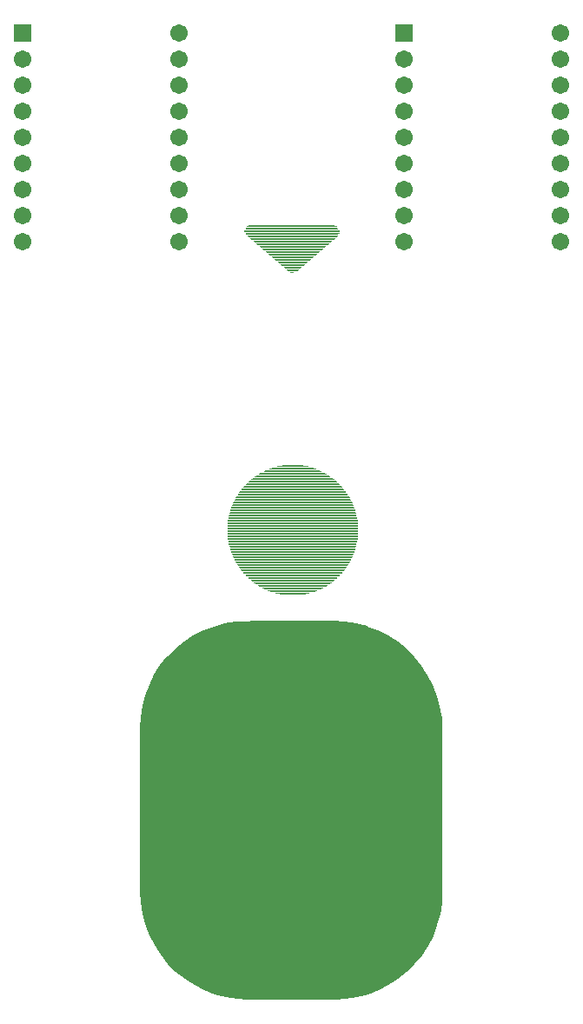
<source format=gbr>
G04 EAGLE Gerber X2 export*
%TF.Part,Single*%
%TF.FileFunction,Soldermask,Top,1*%
%TF.FilePolarity,Negative*%
%TF.GenerationSoftware,Autodesk,EAGLE,9.0.1*%
%TF.CreationDate,2018-06-26T08:14:36Z*%
G75*
%MOIN*%
%FSLAX34Y34*%
%LPD*%
%AMOC8*
5,1,8,0,0,1.08239X$1,22.5*%
G01*
%ADD10R,0.016600X0.003330*%
%ADD11R,0.026700X0.003340*%
%ADD12R,0.040000X0.003330*%
%ADD13R,0.046700X0.003330*%
%ADD14R,0.053300X0.003340*%
%ADD15R,0.060000X0.003330*%
%ADD16R,0.066700X0.003330*%
%ADD17R,0.073300X0.003340*%
%ADD18R,0.086700X0.003330*%
%ADD19R,0.093300X0.003330*%
%ADD20R,0.100000X0.003340*%
%ADD21R,0.106700X0.003330*%
%ADD22R,0.113300X0.003330*%
%ADD23R,0.120000X0.003340*%
%ADD24R,0.133300X0.003330*%
%ADD25R,0.140000X0.003330*%
%ADD26R,0.146700X0.003340*%
%ADD27R,0.153300X0.003330*%
%ADD28R,0.160000X0.003330*%
%ADD29R,0.170000X0.003340*%
%ADD30R,0.180000X0.003330*%
%ADD31R,0.186700X0.003330*%
%ADD32R,0.193300X0.003340*%
%ADD33R,0.200000X0.003330*%
%ADD34R,0.206700X0.003330*%
%ADD35R,0.220000X0.003340*%
%ADD36R,0.226700X0.003330*%
%ADD37R,0.233300X0.003330*%
%ADD38R,0.240000X0.003340*%
%ADD39R,0.246700X0.003330*%
%ADD40R,0.253300X0.003330*%
%ADD41R,0.266700X0.003340*%
%ADD42R,0.273300X0.003330*%
%ADD43R,0.280000X0.003330*%
%ADD44R,0.286700X0.003340*%
%ADD45R,0.293300X0.003330*%
%ADD46R,0.300000X0.003330*%
%ADD47R,0.313300X0.003340*%
%ADD48R,0.320000X0.003330*%
%ADD49R,0.326700X0.003330*%
%ADD50R,0.333300X0.003340*%
%ADD51R,0.340000X0.003330*%
%ADD52R,0.346700X0.003330*%
%ADD53R,0.353300X0.003340*%
%ADD54R,0.356600X0.003330*%
%ADD55R,0.360000X0.003330*%
%ADD56R,0.360000X0.003340*%
%ADD57R,0.363400X0.003330*%
%ADD58R,0.356600X0.003340*%
%ADD59R,0.350000X0.003330*%
%ADD60R,0.350000X0.003340*%
%ADD61R,0.343400X0.003330*%
%ADD62R,0.330000X0.003330*%
%ADD63R,0.063300X0.003340*%
%ADD64R,0.103300X0.003330*%
%ADD65R,0.130000X0.003330*%
%ADD66R,0.153300X0.003340*%
%ADD67R,0.173300X0.003330*%
%ADD68R,0.190000X0.003330*%
%ADD69R,0.203300X0.003340*%
%ADD70R,0.220000X0.003330*%
%ADD71R,0.243300X0.003340*%
%ADD72R,0.256700X0.003330*%
%ADD73R,0.266700X0.003330*%
%ADD74R,0.276700X0.003340*%
%ADD75R,0.286700X0.003330*%
%ADD76R,0.296700X0.003330*%
%ADD77R,0.303300X0.003340*%
%ADD78R,0.313300X0.003330*%
%ADD79R,0.330000X0.003340*%
%ADD80R,0.336700X0.003330*%
%ADD81R,0.343300X0.003330*%
%ADD82R,0.356700X0.003330*%
%ADD83R,0.363300X0.003330*%
%ADD84R,0.370000X0.003340*%
%ADD85R,0.376700X0.003330*%
%ADD86R,0.380000X0.003330*%
%ADD87R,0.386700X0.003340*%
%ADD88R,0.393300X0.003330*%
%ADD89R,0.396700X0.003330*%
%ADD90R,0.403300X0.003340*%
%ADD91R,0.406700X0.003330*%
%ADD92R,0.413300X0.003330*%
%ADD93R,0.416700X0.003340*%
%ADD94R,0.420000X0.003330*%
%ADD95R,0.426700X0.003330*%
%ADD96R,0.430000X0.003340*%
%ADD97R,0.433300X0.003330*%
%ADD98R,0.436700X0.003330*%
%ADD99R,0.440000X0.003340*%
%ADD100R,0.446700X0.003330*%
%ADD101R,0.453300X0.003340*%
%ADD102R,0.453300X0.003330*%
%ADD103R,0.456700X0.003330*%
%ADD104R,0.460000X0.003340*%
%ADD105R,0.463300X0.003330*%
%ADD106R,0.466700X0.003330*%
%ADD107R,0.470000X0.003340*%
%ADD108R,0.473300X0.003330*%
%ADD109R,0.476700X0.003340*%
%ADD110R,0.480000X0.003330*%
%ADD111R,0.483300X0.003340*%
%ADD112R,0.483300X0.003330*%
%ADD113R,0.486700X0.003330*%
%ADD114R,0.486700X0.003340*%
%ADD115R,0.490000X0.003330*%
%ADD116R,0.493300X0.003340*%
%ADD117R,0.493300X0.003330*%
%ADD118R,0.496700X0.003340*%
%ADD119R,0.496700X0.003330*%
%ADD120R,0.500000X0.003340*%
%ADD121R,0.500000X0.003330*%
%ADD122R,0.503300X0.003340*%
%ADD123R,0.503300X0.003330*%
%ADD124R,0.480000X0.003340*%
%ADD125R,0.476700X0.003330*%
%ADD126R,0.473300X0.003340*%
%ADD127R,0.470000X0.003330*%
%ADD128R,0.466700X0.003340*%
%ADD129R,0.450000X0.003340*%
%ADD130R,0.443300X0.003330*%
%ADD131R,0.426700X0.003340*%
%ADD132R,0.423300X0.003330*%
%ADD133R,0.413300X0.003340*%
%ADD134R,0.410000X0.003330*%
%ADD135R,0.400000X0.003340*%
%ADD136R,0.390000X0.003330*%
%ADD137R,0.383300X0.003340*%
%ADD138R,0.373300X0.003330*%
%ADD139R,0.366700X0.003340*%
%ADD140R,0.353300X0.003330*%
%ADD141R,0.346700X0.003340*%
%ADD142R,0.333300X0.003330*%
%ADD143R,0.326700X0.003340*%
%ADD144R,0.316700X0.003330*%
%ADD145R,0.306700X0.003330*%
%ADD146R,0.300000X0.003340*%
%ADD147R,0.290000X0.003330*%
%ADD148R,0.270000X0.003340*%
%ADD149R,0.260000X0.003330*%
%ADD150R,0.250000X0.003330*%
%ADD151R,0.236700X0.003340*%
%ADD152R,0.223300X0.003330*%
%ADD153R,0.210000X0.003330*%
%ADD154R,0.196700X0.003340*%
%ADD155R,0.140000X0.003340*%
%ADD156R,0.116700X0.003330*%
%ADD157R,0.083300X0.003330*%
%ADD158R,0.067370X0.067370*%
%ADD159C,0.067370*%
%ADD160R,0.080835X0.047370*%

G36*
X16580Y1366D02*
X16580Y1366D01*
X17011Y1388D01*
X17437Y1456D01*
X17438Y1456D01*
X17854Y1568D01*
X17855Y1568D01*
X18257Y1722D01*
X18258Y1722D01*
X18642Y1918D01*
X19004Y2153D01*
X19004Y2154D01*
X19339Y2425D01*
X19340Y2425D01*
X19645Y2730D01*
X19645Y2731D01*
X19916Y3066D01*
X19917Y3066D01*
X20152Y3428D01*
X20348Y3812D01*
X20348Y3813D01*
X20502Y4215D01*
X20502Y4216D01*
X20614Y4632D01*
X20614Y4633D01*
X20682Y5059D01*
X20704Y5490D01*
X20704Y11720D01*
X20681Y12155D01*
X20681Y12156D01*
X20613Y12586D01*
X20501Y13007D01*
X20500Y13007D01*
X20344Y13414D01*
X20146Y13802D01*
X19909Y14168D01*
X19635Y14506D01*
X19634Y14507D01*
X19327Y14814D01*
X19326Y14815D01*
X18988Y15089D01*
X18622Y15326D01*
X18234Y15524D01*
X17827Y15680D01*
X17827Y15681D01*
X17406Y15793D01*
X16976Y15861D01*
X16975Y15861D01*
X16540Y15884D01*
X13340Y15884D01*
X13339Y15884D01*
X13335Y15883D01*
X13334Y15883D01*
X13331Y15881D01*
X13330Y15880D01*
X13329Y15879D01*
X13327Y15876D01*
X13327Y15875D01*
X13327Y15874D01*
X13190Y15874D01*
X12762Y15852D01*
X12339Y15785D01*
X11925Y15674D01*
X11525Y15520D01*
X11143Y15326D01*
X10784Y15092D01*
X10783Y15092D01*
X10451Y14823D01*
X10450Y14822D01*
X10148Y14520D01*
X10147Y14520D01*
X10147Y14519D01*
X9878Y14187D01*
X9878Y14186D01*
X9644Y13827D01*
X9450Y13445D01*
X9296Y13045D01*
X9185Y12631D01*
X9118Y12208D01*
X9096Y11780D01*
X9096Y5540D01*
X9119Y5104D01*
X9119Y5103D01*
X9187Y4672D01*
X9300Y4250D01*
X9457Y3842D01*
X9655Y3453D01*
X9893Y3087D01*
X9893Y3086D01*
X10168Y2747D01*
X10477Y2438D01*
X10816Y2163D01*
X10817Y2163D01*
X11183Y1925D01*
X11572Y1727D01*
X11980Y1570D01*
X12402Y1457D01*
X12833Y1389D01*
X12834Y1389D01*
X13270Y1366D01*
X16580Y1366D01*
X16580Y1366D01*
G37*
D10*
X14933Y29233D03*
D11*
X14950Y29267D03*
D12*
X14950Y29300D03*
D13*
X14950Y29333D03*
D14*
X14950Y29367D03*
D15*
X14950Y29400D03*
D16*
X14950Y29433D03*
D17*
X14950Y29467D03*
D18*
X14950Y29500D03*
D19*
X14950Y29533D03*
D20*
X14950Y29567D03*
D21*
X14950Y29600D03*
D22*
X14950Y29633D03*
D23*
X14950Y29667D03*
D24*
X14950Y29700D03*
D25*
X14950Y29733D03*
D26*
X14950Y29767D03*
D27*
X14950Y29800D03*
D28*
X14950Y29833D03*
D29*
X14933Y29867D03*
D30*
X14950Y29900D03*
D31*
X14950Y29933D03*
D32*
X14950Y29967D03*
D33*
X14950Y30000D03*
D34*
X14950Y30033D03*
D35*
X14950Y30067D03*
D36*
X14950Y30100D03*
D37*
X14950Y30133D03*
D38*
X14950Y30167D03*
D39*
X14950Y30200D03*
D40*
X14950Y30233D03*
D41*
X14950Y30267D03*
D42*
X14950Y30300D03*
D43*
X14950Y30333D03*
D44*
X14950Y30367D03*
D45*
X14950Y30400D03*
D46*
X14950Y30433D03*
D47*
X14950Y30467D03*
D48*
X14950Y30500D03*
D49*
X14950Y30533D03*
D50*
X14950Y30567D03*
D51*
X14950Y30600D03*
D52*
X14950Y30633D03*
D53*
X14950Y30667D03*
D54*
X14933Y30700D03*
D55*
X14950Y30733D03*
D56*
X14950Y30767D03*
D57*
X14933Y30800D03*
X14933Y30833D03*
D58*
X14933Y30867D03*
D54*
X14933Y30900D03*
D59*
X14933Y30933D03*
D60*
X14933Y30967D03*
D61*
X14933Y31000D03*
D62*
X14933Y31033D03*
D63*
X14967Y16867D03*
D64*
X14967Y16900D03*
D65*
X14966Y16933D03*
D66*
X14950Y16967D03*
D67*
X14950Y17000D03*
D68*
X14966Y17033D03*
D69*
X14967Y17067D03*
D70*
X14950Y17100D03*
D37*
X14950Y17133D03*
D71*
X14967Y17167D03*
D72*
X14967Y17200D03*
D73*
X14950Y17233D03*
D74*
X14967Y17267D03*
D75*
X14950Y17300D03*
D76*
X14967Y17333D03*
D77*
X14967Y17367D03*
D78*
X14950Y17400D03*
D48*
X14950Y17433D03*
D79*
X14966Y17467D03*
D80*
X14967Y17500D03*
D81*
X14967Y17533D03*
D60*
X14966Y17567D03*
D82*
X14967Y17600D03*
D83*
X14967Y17633D03*
D84*
X14966Y17667D03*
D85*
X14967Y17700D03*
D86*
X14950Y17733D03*
D87*
X14950Y17767D03*
D88*
X14950Y17800D03*
D89*
X14967Y17833D03*
D90*
X14967Y17867D03*
D91*
X14950Y17900D03*
D92*
X14950Y17933D03*
D93*
X14967Y17967D03*
D94*
X14950Y18000D03*
D95*
X14950Y18033D03*
D96*
X14966Y18067D03*
D97*
X14950Y18100D03*
D98*
X14967Y18133D03*
D99*
X14950Y18167D03*
D100*
X14950Y18200D03*
X14950Y18233D03*
D101*
X14950Y18267D03*
D102*
X14950Y18300D03*
D103*
X14967Y18333D03*
D104*
X14950Y18367D03*
D105*
X14967Y18400D03*
D106*
X14950Y18433D03*
D107*
X14966Y18467D03*
D108*
X14950Y18500D03*
X14950Y18533D03*
D109*
X14967Y18567D03*
D110*
X14950Y18600D03*
X14950Y18633D03*
D111*
X14967Y18667D03*
D112*
X14967Y18700D03*
D113*
X14950Y18733D03*
D114*
X14950Y18767D03*
D115*
X14966Y18800D03*
X14966Y18833D03*
D116*
X14950Y18867D03*
D117*
X14950Y18900D03*
X14950Y18933D03*
D118*
X14967Y18967D03*
D119*
X14967Y19000D03*
X14967Y19033D03*
D120*
X14950Y19067D03*
D121*
X14950Y19100D03*
X14950Y19133D03*
D120*
X14950Y19167D03*
D121*
X14950Y19200D03*
X14950Y19233D03*
D122*
X14967Y19267D03*
D123*
X14967Y19300D03*
X14967Y19333D03*
D122*
X14967Y19367D03*
D123*
X14967Y19400D03*
X14967Y19433D03*
D120*
X14950Y19467D03*
D121*
X14950Y19500D03*
X14950Y19533D03*
D120*
X14950Y19567D03*
D121*
X14950Y19600D03*
X14950Y19633D03*
D120*
X14950Y19667D03*
D119*
X14967Y19700D03*
X14967Y19733D03*
D118*
X14967Y19767D03*
D117*
X14950Y19800D03*
X14950Y19833D03*
D116*
X14950Y19867D03*
D115*
X14966Y19900D03*
D113*
X14950Y19933D03*
D114*
X14950Y19967D03*
D113*
X14950Y20000D03*
D112*
X14967Y20033D03*
D124*
X14950Y20067D03*
D110*
X14950Y20100D03*
D125*
X14967Y20133D03*
D126*
X14950Y20167D03*
D108*
X14950Y20200D03*
D127*
X14966Y20233D03*
D128*
X14950Y20267D03*
D106*
X14950Y20300D03*
D105*
X14967Y20333D03*
D104*
X14950Y20367D03*
D103*
X14967Y20400D03*
D102*
X14950Y20433D03*
D129*
X14966Y20467D03*
D100*
X14950Y20500D03*
D130*
X14967Y20533D03*
D99*
X14950Y20567D03*
D98*
X14967Y20600D03*
D97*
X14950Y20633D03*
D131*
X14950Y20667D03*
D132*
X14967Y20700D03*
D94*
X14950Y20733D03*
D133*
X14950Y20767D03*
D134*
X14966Y20800D03*
D91*
X14950Y20833D03*
D135*
X14950Y20867D03*
D88*
X14950Y20900D03*
D136*
X14966Y20933D03*
D137*
X14967Y20967D03*
D86*
X14950Y21000D03*
D138*
X14950Y21033D03*
D139*
X14950Y21067D03*
D55*
X14950Y21100D03*
D140*
X14950Y21133D03*
D141*
X14950Y21167D03*
D51*
X14950Y21200D03*
D142*
X14950Y21233D03*
D143*
X14950Y21267D03*
D144*
X14967Y21300D03*
D145*
X14950Y21333D03*
D146*
X14950Y21367D03*
D147*
X14966Y21400D03*
D43*
X14950Y21433D03*
D148*
X14966Y21467D03*
D149*
X14950Y21500D03*
D150*
X14966Y21533D03*
D151*
X14967Y21567D03*
D152*
X14967Y21600D03*
D153*
X14966Y21633D03*
D154*
X14967Y21667D03*
D30*
X14950Y21700D03*
D28*
X14950Y21733D03*
D155*
X14950Y21767D03*
D156*
X14967Y21800D03*
D157*
X14967Y21833D03*
D11*
X14950Y21867D03*
D158*
X4600Y38441D03*
D159*
X4600Y37441D03*
X4600Y36441D03*
X4600Y35441D03*
X4600Y34441D03*
X4600Y33441D03*
X4600Y32441D03*
X4600Y31441D03*
X4600Y30441D03*
X10600Y30441D03*
X10600Y31441D03*
X10600Y32441D03*
X10600Y33441D03*
X10600Y34441D03*
X10600Y35441D03*
X10600Y36441D03*
X10600Y37441D03*
X10600Y38441D03*
D158*
X19226Y38425D03*
D159*
X19226Y37425D03*
X19226Y36425D03*
X19226Y35425D03*
X19226Y34425D03*
X19226Y33425D03*
X19226Y32425D03*
X19226Y31425D03*
X19226Y30425D03*
X25226Y30425D03*
X25226Y31425D03*
X25226Y32425D03*
X25226Y33425D03*
X25226Y34425D03*
X25226Y35425D03*
X25226Y36425D03*
X25226Y37425D03*
X25226Y38425D03*
D160*
G36*
X13325Y8387D02*
X12754Y7816D01*
X12419Y8151D01*
X12990Y8722D01*
X13325Y8387D01*
G37*
G36*
X14032Y7680D02*
X13461Y7109D01*
X13126Y7444D01*
X13697Y8015D01*
X14032Y7680D01*
G37*
G36*
X14898Y9960D02*
X14327Y9389D01*
X13992Y9724D01*
X14563Y10295D01*
X14898Y9960D01*
G37*
G36*
X15605Y9253D02*
X15034Y8682D01*
X14699Y9017D01*
X15270Y9588D01*
X15605Y9253D01*
G37*
M02*

</source>
